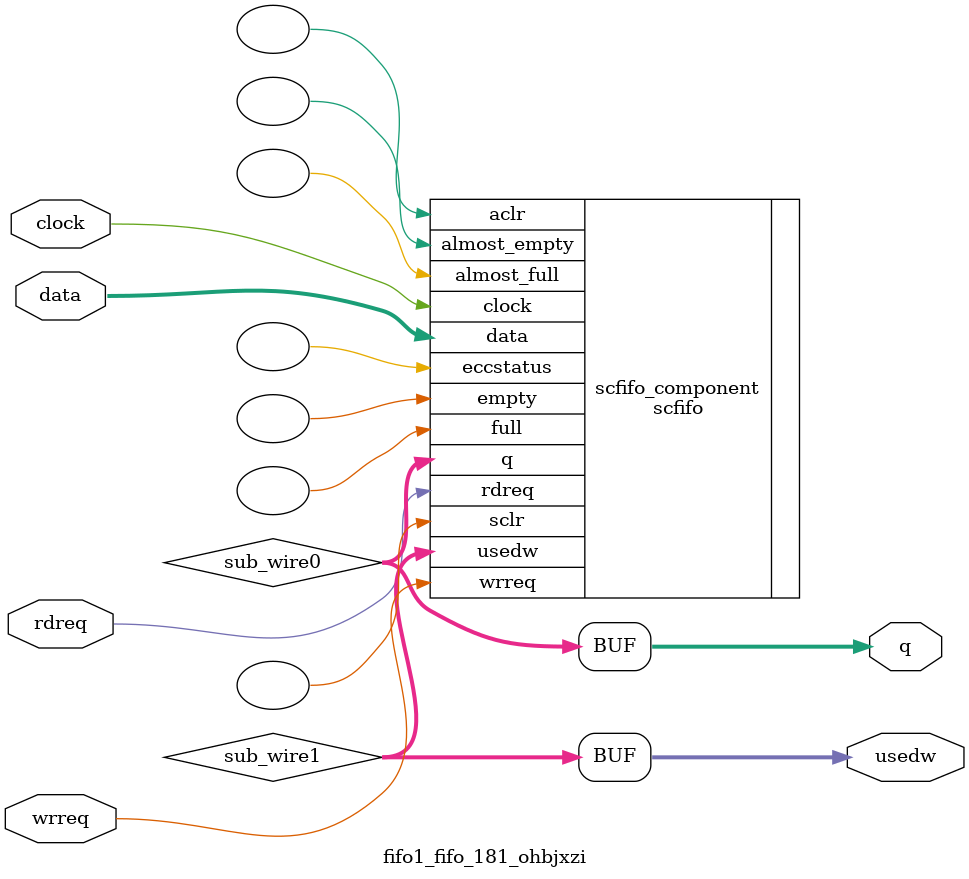
<source format=v>



`timescale 1 ps / 1 ps
// synopsys translate_on
module  fifo1_fifo_181_ohbjxzi  (
    clock,
    data,
    rdreq,
    wrreq,
    q,
    usedw);

    input    clock;
    input  [73:0]  data;
    input    rdreq;
    input    wrreq;
    output [73:0]  q;
    output [6:0]  usedw;

    wire [73:0] sub_wire0;
    wire [6:0] sub_wire1;
    wire [73:0] q = sub_wire0[73:0];
    wire [6:0] usedw = sub_wire1[6:0];

    scfifo  scfifo_component (
                .clock (clock),
                .data (data),
                .rdreq (rdreq),
                .wrreq (wrreq),
                .q (sub_wire0),
                .usedw (sub_wire1),
                .aclr (),
                .almost_empty (),
                .almost_full (),
                .eccstatus (),
                .empty (),
                .full (),
                .sclr ());
    defparam
        scfifo_component.add_ram_output_register  = "OFF",
        scfifo_component.enable_ecc  = "FALSE",
        scfifo_component.intended_device_family  = "Arria 10",
        scfifo_component.lpm_numwords  = 128,
        scfifo_component.lpm_showahead  = "OFF",
        scfifo_component.lpm_type  = "scfifo",
        scfifo_component.lpm_width  = 74,
        scfifo_component.lpm_widthu  = 7,
        scfifo_component.overflow_checking  = "ON",
        scfifo_component.underflow_checking  = "ON",
        scfifo_component.use_eab  = "ON";


endmodule



</source>
